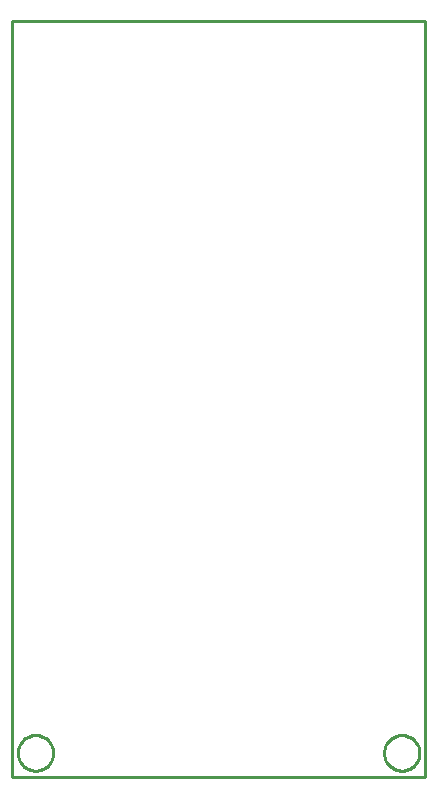
<source format=gbr>
G04 EAGLE Gerber RS-274X export*
G75*
%MOMM*%
%FSLAX34Y34*%
%LPD*%
%IN*%
%IPPOS*%
%AMOC8*
5,1,8,0,0,1.08239X$1,22.5*%
G01*
%ADD10C,0.254000*%


D10*
X0Y0D02*
X350000Y0D01*
X350000Y640000D01*
X0Y640000D01*
X0Y0D01*
X35000Y19464D02*
X34924Y18396D01*
X34771Y17335D01*
X34543Y16288D01*
X34241Y15260D01*
X33867Y14256D01*
X33422Y13281D01*
X32908Y12341D01*
X32329Y11440D01*
X31687Y10582D01*
X30985Y9772D01*
X30228Y9015D01*
X29418Y8313D01*
X28560Y7671D01*
X27659Y7092D01*
X26719Y6578D01*
X25744Y6133D01*
X24740Y5759D01*
X23712Y5457D01*
X22665Y5229D01*
X21604Y5076D01*
X20536Y5000D01*
X19464Y5000D01*
X18396Y5076D01*
X17335Y5229D01*
X16288Y5457D01*
X15260Y5759D01*
X14256Y6133D01*
X13281Y6578D01*
X12341Y7092D01*
X11440Y7671D01*
X10582Y8313D01*
X9772Y9015D01*
X9015Y9772D01*
X8313Y10582D01*
X7671Y11440D01*
X7092Y12341D01*
X6578Y13281D01*
X6133Y14256D01*
X5759Y15260D01*
X5457Y16288D01*
X5229Y17335D01*
X5076Y18396D01*
X5000Y19464D01*
X5000Y20536D01*
X5076Y21604D01*
X5229Y22665D01*
X5457Y23712D01*
X5759Y24740D01*
X6133Y25744D01*
X6578Y26719D01*
X7092Y27659D01*
X7671Y28560D01*
X8313Y29418D01*
X9015Y30228D01*
X9772Y30985D01*
X10582Y31687D01*
X11440Y32329D01*
X12341Y32908D01*
X13281Y33422D01*
X14256Y33867D01*
X15260Y34241D01*
X16288Y34543D01*
X17335Y34771D01*
X18396Y34924D01*
X19464Y35000D01*
X20536Y35000D01*
X21604Y34924D01*
X22665Y34771D01*
X23712Y34543D01*
X24740Y34241D01*
X25744Y33867D01*
X26719Y33422D01*
X27659Y32908D01*
X28560Y32329D01*
X29418Y31687D01*
X30228Y30985D01*
X30985Y30228D01*
X31687Y29418D01*
X32329Y28560D01*
X32908Y27659D01*
X33422Y26719D01*
X33867Y25744D01*
X34241Y24740D01*
X34543Y23712D01*
X34771Y22665D01*
X34924Y21604D01*
X35000Y20536D01*
X35000Y19464D01*
X345000Y19464D02*
X344924Y18396D01*
X344771Y17335D01*
X344543Y16288D01*
X344241Y15260D01*
X343867Y14256D01*
X343422Y13281D01*
X342908Y12341D01*
X342329Y11440D01*
X341687Y10582D01*
X340985Y9772D01*
X340228Y9015D01*
X339418Y8313D01*
X338560Y7671D01*
X337659Y7092D01*
X336719Y6578D01*
X335744Y6133D01*
X334740Y5759D01*
X333712Y5457D01*
X332665Y5229D01*
X331604Y5076D01*
X330536Y5000D01*
X329464Y5000D01*
X328396Y5076D01*
X327335Y5229D01*
X326288Y5457D01*
X325260Y5759D01*
X324256Y6133D01*
X323281Y6578D01*
X322341Y7092D01*
X321440Y7671D01*
X320582Y8313D01*
X319772Y9015D01*
X319015Y9772D01*
X318313Y10582D01*
X317671Y11440D01*
X317092Y12341D01*
X316578Y13281D01*
X316133Y14256D01*
X315759Y15260D01*
X315457Y16288D01*
X315229Y17335D01*
X315076Y18396D01*
X315000Y19464D01*
X315000Y20536D01*
X315076Y21604D01*
X315229Y22665D01*
X315457Y23712D01*
X315759Y24740D01*
X316133Y25744D01*
X316578Y26719D01*
X317092Y27659D01*
X317671Y28560D01*
X318313Y29418D01*
X319015Y30228D01*
X319772Y30985D01*
X320582Y31687D01*
X321440Y32329D01*
X322341Y32908D01*
X323281Y33422D01*
X324256Y33867D01*
X325260Y34241D01*
X326288Y34543D01*
X327335Y34771D01*
X328396Y34924D01*
X329464Y35000D01*
X330536Y35000D01*
X331604Y34924D01*
X332665Y34771D01*
X333712Y34543D01*
X334740Y34241D01*
X335744Y33867D01*
X336719Y33422D01*
X337659Y32908D01*
X338560Y32329D01*
X339418Y31687D01*
X340228Y30985D01*
X340985Y30228D01*
X341687Y29418D01*
X342329Y28560D01*
X342908Y27659D01*
X343422Y26719D01*
X343867Y25744D01*
X344241Y24740D01*
X344543Y23712D01*
X344771Y22665D01*
X344924Y21604D01*
X345000Y20536D01*
X345000Y19464D01*
M02*

</source>
